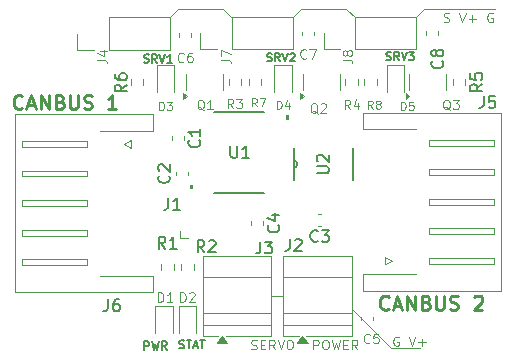
<source format=gbr>
%TF.GenerationSoftware,KiCad,Pcbnew,9.0.2*%
%TF.CreationDate,2025-06-30T23:17:22-04:00*%
%TF.ProjectId,Serv3Controller,53657276-3343-46f6-9e74-726f6c6c6572,rev?*%
%TF.SameCoordinates,Original*%
%TF.FileFunction,Legend,Top*%
%TF.FilePolarity,Positive*%
%FSLAX46Y46*%
G04 Gerber Fmt 4.6, Leading zero omitted, Abs format (unit mm)*
G04 Created by KiCad (PCBNEW 9.0.2) date 2025-06-30 23:17:22*
%MOMM*%
%LPD*%
G01*
G04 APERTURE LIST*
%ADD10C,0.100000*%
%ADD11C,0.140000*%
%ADD12C,0.240000*%
%ADD13C,0.150000*%
%ADD14C,0.087500*%
%ADD15C,0.120000*%
%ADD16C,0.152400*%
%ADD17C,0.000000*%
G04 APERTURE END LIST*
D10*
X101600000Y-99300000D02*
X104900000Y-102600000D01*
X101860000Y-74541250D02*
X101140000Y-73858750D01*
X94805000Y-98167500D02*
X95785000Y-98167500D01*
X97340000Y-73858750D02*
X101140000Y-73858750D01*
X107060000Y-74541250D02*
X107740000Y-73858750D01*
X86220000Y-74582500D02*
X86900000Y-73900000D01*
X107740000Y-73858750D02*
X113700000Y-73858750D01*
X104900000Y-102600000D02*
X107400000Y-102600000D01*
X96660000Y-74541250D02*
X97340000Y-73858750D01*
X91420000Y-74582500D02*
X90700000Y-73900000D01*
X86900000Y-73900000D02*
X90700000Y-73900000D01*
X98356265Y-102696895D02*
X98356265Y-101896895D01*
X98356265Y-101896895D02*
X98661027Y-101896895D01*
X98661027Y-101896895D02*
X98737217Y-101934990D01*
X98737217Y-101934990D02*
X98775312Y-101973085D01*
X98775312Y-101973085D02*
X98813408Y-102049276D01*
X98813408Y-102049276D02*
X98813408Y-102163561D01*
X98813408Y-102163561D02*
X98775312Y-102239752D01*
X98775312Y-102239752D02*
X98737217Y-102277847D01*
X98737217Y-102277847D02*
X98661027Y-102315942D01*
X98661027Y-102315942D02*
X98356265Y-102315942D01*
X99308646Y-101896895D02*
X99461027Y-101896895D01*
X99461027Y-101896895D02*
X99537217Y-101934990D01*
X99537217Y-101934990D02*
X99613408Y-102011180D01*
X99613408Y-102011180D02*
X99651503Y-102163561D01*
X99651503Y-102163561D02*
X99651503Y-102430228D01*
X99651503Y-102430228D02*
X99613408Y-102582609D01*
X99613408Y-102582609D02*
X99537217Y-102658800D01*
X99537217Y-102658800D02*
X99461027Y-102696895D01*
X99461027Y-102696895D02*
X99308646Y-102696895D01*
X99308646Y-102696895D02*
X99232455Y-102658800D01*
X99232455Y-102658800D02*
X99156265Y-102582609D01*
X99156265Y-102582609D02*
X99118169Y-102430228D01*
X99118169Y-102430228D02*
X99118169Y-102163561D01*
X99118169Y-102163561D02*
X99156265Y-102011180D01*
X99156265Y-102011180D02*
X99232455Y-101934990D01*
X99232455Y-101934990D02*
X99308646Y-101896895D01*
X99918169Y-101896895D02*
X100108645Y-102696895D01*
X100108645Y-102696895D02*
X100261026Y-102125466D01*
X100261026Y-102125466D02*
X100413407Y-102696895D01*
X100413407Y-102696895D02*
X100603884Y-101896895D01*
X100908646Y-102277847D02*
X101175312Y-102277847D01*
X101289598Y-102696895D02*
X100908646Y-102696895D01*
X100908646Y-102696895D02*
X100908646Y-101896895D01*
X100908646Y-101896895D02*
X101289598Y-101896895D01*
X102089599Y-102696895D02*
X101822932Y-102315942D01*
X101632456Y-102696895D02*
X101632456Y-101896895D01*
X101632456Y-101896895D02*
X101937218Y-101896895D01*
X101937218Y-101896895D02*
X102013408Y-101934990D01*
X102013408Y-101934990D02*
X102051503Y-101973085D01*
X102051503Y-101973085D02*
X102089599Y-102049276D01*
X102089599Y-102049276D02*
X102089599Y-102163561D01*
X102089599Y-102163561D02*
X102051503Y-102239752D01*
X102051503Y-102239752D02*
X102013408Y-102277847D01*
X102013408Y-102277847D02*
X101937218Y-102315942D01*
X101937218Y-102315942D02*
X101632456Y-102315942D01*
X105575312Y-101634990D02*
X105499122Y-101596895D01*
X105499122Y-101596895D02*
X105384836Y-101596895D01*
X105384836Y-101596895D02*
X105270550Y-101634990D01*
X105270550Y-101634990D02*
X105194360Y-101711180D01*
X105194360Y-101711180D02*
X105156265Y-101787371D01*
X105156265Y-101787371D02*
X105118169Y-101939752D01*
X105118169Y-101939752D02*
X105118169Y-102054038D01*
X105118169Y-102054038D02*
X105156265Y-102206419D01*
X105156265Y-102206419D02*
X105194360Y-102282609D01*
X105194360Y-102282609D02*
X105270550Y-102358800D01*
X105270550Y-102358800D02*
X105384836Y-102396895D01*
X105384836Y-102396895D02*
X105461027Y-102396895D01*
X105461027Y-102396895D02*
X105575312Y-102358800D01*
X105575312Y-102358800D02*
X105613408Y-102320704D01*
X105613408Y-102320704D02*
X105613408Y-102054038D01*
X105613408Y-102054038D02*
X105461027Y-102054038D01*
X106451503Y-101596895D02*
X106718170Y-102396895D01*
X106718170Y-102396895D02*
X106984836Y-101596895D01*
X107251503Y-102092133D02*
X107861027Y-102092133D01*
X107556265Y-102396895D02*
X107556265Y-101787371D01*
D11*
X87025438Y-102573720D02*
X87125438Y-102607053D01*
X87125438Y-102607053D02*
X87292105Y-102607053D01*
X87292105Y-102607053D02*
X87358771Y-102573720D01*
X87358771Y-102573720D02*
X87392105Y-102540386D01*
X87392105Y-102540386D02*
X87425438Y-102473720D01*
X87425438Y-102473720D02*
X87425438Y-102407053D01*
X87425438Y-102407053D02*
X87392105Y-102340386D01*
X87392105Y-102340386D02*
X87358771Y-102307053D01*
X87358771Y-102307053D02*
X87292105Y-102273720D01*
X87292105Y-102273720D02*
X87158771Y-102240386D01*
X87158771Y-102240386D02*
X87092105Y-102207053D01*
X87092105Y-102207053D02*
X87058771Y-102173720D01*
X87058771Y-102173720D02*
X87025438Y-102107053D01*
X87025438Y-102107053D02*
X87025438Y-102040386D01*
X87025438Y-102040386D02*
X87058771Y-101973720D01*
X87058771Y-101973720D02*
X87092105Y-101940386D01*
X87092105Y-101940386D02*
X87158771Y-101907053D01*
X87158771Y-101907053D02*
X87325438Y-101907053D01*
X87325438Y-101907053D02*
X87425438Y-101940386D01*
X87625438Y-101907053D02*
X88025438Y-101907053D01*
X87825438Y-102607053D02*
X87825438Y-101907053D01*
X88225438Y-102407053D02*
X88558771Y-102407053D01*
X88158771Y-102607053D02*
X88392105Y-101907053D01*
X88392105Y-101907053D02*
X88625438Y-102607053D01*
X88758771Y-101907053D02*
X89158771Y-101907053D01*
X88958771Y-102607053D02*
X88958771Y-101907053D01*
D12*
X73729322Y-82226377D02*
X73672179Y-82283520D01*
X73672179Y-82283520D02*
X73500751Y-82340662D01*
X73500751Y-82340662D02*
X73386465Y-82340662D01*
X73386465Y-82340662D02*
X73215036Y-82283520D01*
X73215036Y-82283520D02*
X73100751Y-82169234D01*
X73100751Y-82169234D02*
X73043608Y-82054948D01*
X73043608Y-82054948D02*
X72986465Y-81826377D01*
X72986465Y-81826377D02*
X72986465Y-81654948D01*
X72986465Y-81654948D02*
X73043608Y-81426377D01*
X73043608Y-81426377D02*
X73100751Y-81312091D01*
X73100751Y-81312091D02*
X73215036Y-81197805D01*
X73215036Y-81197805D02*
X73386465Y-81140662D01*
X73386465Y-81140662D02*
X73500751Y-81140662D01*
X73500751Y-81140662D02*
X73672179Y-81197805D01*
X73672179Y-81197805D02*
X73729322Y-81254948D01*
X74186465Y-81997805D02*
X74757894Y-81997805D01*
X74072179Y-82340662D02*
X74472179Y-81140662D01*
X74472179Y-81140662D02*
X74872179Y-82340662D01*
X75272179Y-82340662D02*
X75272179Y-81140662D01*
X75272179Y-81140662D02*
X75957893Y-82340662D01*
X75957893Y-82340662D02*
X75957893Y-81140662D01*
X76929322Y-81712091D02*
X77100750Y-81769234D01*
X77100750Y-81769234D02*
X77157893Y-81826377D01*
X77157893Y-81826377D02*
X77215036Y-81940662D01*
X77215036Y-81940662D02*
X77215036Y-82112091D01*
X77215036Y-82112091D02*
X77157893Y-82226377D01*
X77157893Y-82226377D02*
X77100750Y-82283520D01*
X77100750Y-82283520D02*
X76986465Y-82340662D01*
X76986465Y-82340662D02*
X76529322Y-82340662D01*
X76529322Y-82340662D02*
X76529322Y-81140662D01*
X76529322Y-81140662D02*
X76929322Y-81140662D01*
X76929322Y-81140662D02*
X77043608Y-81197805D01*
X77043608Y-81197805D02*
X77100750Y-81254948D01*
X77100750Y-81254948D02*
X77157893Y-81369234D01*
X77157893Y-81369234D02*
X77157893Y-81483520D01*
X77157893Y-81483520D02*
X77100750Y-81597805D01*
X77100750Y-81597805D02*
X77043608Y-81654948D01*
X77043608Y-81654948D02*
X76929322Y-81712091D01*
X76929322Y-81712091D02*
X76529322Y-81712091D01*
X77729322Y-81140662D02*
X77729322Y-82112091D01*
X77729322Y-82112091D02*
X77786465Y-82226377D01*
X77786465Y-82226377D02*
X77843608Y-82283520D01*
X77843608Y-82283520D02*
X77957893Y-82340662D01*
X77957893Y-82340662D02*
X78186465Y-82340662D01*
X78186465Y-82340662D02*
X78300750Y-82283520D01*
X78300750Y-82283520D02*
X78357893Y-82226377D01*
X78357893Y-82226377D02*
X78415036Y-82112091D01*
X78415036Y-82112091D02*
X78415036Y-81140662D01*
X78929322Y-82283520D02*
X79100751Y-82340662D01*
X79100751Y-82340662D02*
X79386465Y-82340662D01*
X79386465Y-82340662D02*
X79500751Y-82283520D01*
X79500751Y-82283520D02*
X79557893Y-82226377D01*
X79557893Y-82226377D02*
X79615036Y-82112091D01*
X79615036Y-82112091D02*
X79615036Y-81997805D01*
X79615036Y-81997805D02*
X79557893Y-81883520D01*
X79557893Y-81883520D02*
X79500751Y-81826377D01*
X79500751Y-81826377D02*
X79386465Y-81769234D01*
X79386465Y-81769234D02*
X79157893Y-81712091D01*
X79157893Y-81712091D02*
X79043608Y-81654948D01*
X79043608Y-81654948D02*
X78986465Y-81597805D01*
X78986465Y-81597805D02*
X78929322Y-81483520D01*
X78929322Y-81483520D02*
X78929322Y-81369234D01*
X78929322Y-81369234D02*
X78986465Y-81254948D01*
X78986465Y-81254948D02*
X79043608Y-81197805D01*
X79043608Y-81197805D02*
X79157893Y-81140662D01*
X79157893Y-81140662D02*
X79443608Y-81140662D01*
X79443608Y-81140662D02*
X79615036Y-81197805D01*
X81672179Y-82340662D02*
X80986465Y-82340662D01*
X81329322Y-82340662D02*
X81329322Y-81140662D01*
X81329322Y-81140662D02*
X81215036Y-81312091D01*
X81215036Y-81312091D02*
X81100751Y-81426377D01*
X81100751Y-81426377D02*
X80986465Y-81483520D01*
D11*
X94425438Y-78273720D02*
X94525438Y-78307053D01*
X94525438Y-78307053D02*
X94692105Y-78307053D01*
X94692105Y-78307053D02*
X94758771Y-78273720D01*
X94758771Y-78273720D02*
X94792105Y-78240386D01*
X94792105Y-78240386D02*
X94825438Y-78173720D01*
X94825438Y-78173720D02*
X94825438Y-78107053D01*
X94825438Y-78107053D02*
X94792105Y-78040386D01*
X94792105Y-78040386D02*
X94758771Y-78007053D01*
X94758771Y-78007053D02*
X94692105Y-77973720D01*
X94692105Y-77973720D02*
X94558771Y-77940386D01*
X94558771Y-77940386D02*
X94492105Y-77907053D01*
X94492105Y-77907053D02*
X94458771Y-77873720D01*
X94458771Y-77873720D02*
X94425438Y-77807053D01*
X94425438Y-77807053D02*
X94425438Y-77740386D01*
X94425438Y-77740386D02*
X94458771Y-77673720D01*
X94458771Y-77673720D02*
X94492105Y-77640386D01*
X94492105Y-77640386D02*
X94558771Y-77607053D01*
X94558771Y-77607053D02*
X94725438Y-77607053D01*
X94725438Y-77607053D02*
X94825438Y-77640386D01*
X95525438Y-78307053D02*
X95292105Y-77973720D01*
X95125438Y-78307053D02*
X95125438Y-77607053D01*
X95125438Y-77607053D02*
X95392105Y-77607053D01*
X95392105Y-77607053D02*
X95458772Y-77640386D01*
X95458772Y-77640386D02*
X95492105Y-77673720D01*
X95492105Y-77673720D02*
X95525438Y-77740386D01*
X95525438Y-77740386D02*
X95525438Y-77840386D01*
X95525438Y-77840386D02*
X95492105Y-77907053D01*
X95492105Y-77907053D02*
X95458772Y-77940386D01*
X95458772Y-77940386D02*
X95392105Y-77973720D01*
X95392105Y-77973720D02*
X95125438Y-77973720D01*
X95725438Y-77607053D02*
X95958772Y-78307053D01*
X95958772Y-78307053D02*
X96192105Y-77607053D01*
X96392105Y-77673720D02*
X96425438Y-77640386D01*
X96425438Y-77640386D02*
X96492105Y-77607053D01*
X96492105Y-77607053D02*
X96658772Y-77607053D01*
X96658772Y-77607053D02*
X96725438Y-77640386D01*
X96725438Y-77640386D02*
X96758772Y-77673720D01*
X96758772Y-77673720D02*
X96792105Y-77740386D01*
X96792105Y-77740386D02*
X96792105Y-77807053D01*
X96792105Y-77807053D02*
X96758772Y-77907053D01*
X96758772Y-77907053D02*
X96358772Y-78307053D01*
X96358772Y-78307053D02*
X96792105Y-78307053D01*
D10*
X109418169Y-74958800D02*
X109532455Y-74996895D01*
X109532455Y-74996895D02*
X109722931Y-74996895D01*
X109722931Y-74996895D02*
X109799122Y-74958800D01*
X109799122Y-74958800D02*
X109837217Y-74920704D01*
X109837217Y-74920704D02*
X109875312Y-74844514D01*
X109875312Y-74844514D02*
X109875312Y-74768323D01*
X109875312Y-74768323D02*
X109837217Y-74692133D01*
X109837217Y-74692133D02*
X109799122Y-74654038D01*
X109799122Y-74654038D02*
X109722931Y-74615942D01*
X109722931Y-74615942D02*
X109570550Y-74577847D01*
X109570550Y-74577847D02*
X109494360Y-74539752D01*
X109494360Y-74539752D02*
X109456265Y-74501657D01*
X109456265Y-74501657D02*
X109418169Y-74425466D01*
X109418169Y-74425466D02*
X109418169Y-74349276D01*
X109418169Y-74349276D02*
X109456265Y-74273085D01*
X109456265Y-74273085D02*
X109494360Y-74234990D01*
X109494360Y-74234990D02*
X109570550Y-74196895D01*
X109570550Y-74196895D02*
X109761027Y-74196895D01*
X109761027Y-74196895D02*
X109875312Y-74234990D01*
X110713408Y-74196895D02*
X110980075Y-74996895D01*
X110980075Y-74996895D02*
X111246741Y-74196895D01*
X111513408Y-74692133D02*
X112122932Y-74692133D01*
X111818170Y-74996895D02*
X111818170Y-74387371D01*
X113532455Y-74234990D02*
X113456265Y-74196895D01*
X113456265Y-74196895D02*
X113341979Y-74196895D01*
X113341979Y-74196895D02*
X113227693Y-74234990D01*
X113227693Y-74234990D02*
X113151503Y-74311180D01*
X113151503Y-74311180D02*
X113113408Y-74387371D01*
X113113408Y-74387371D02*
X113075312Y-74539752D01*
X113075312Y-74539752D02*
X113075312Y-74654038D01*
X113075312Y-74654038D02*
X113113408Y-74806419D01*
X113113408Y-74806419D02*
X113151503Y-74882609D01*
X113151503Y-74882609D02*
X113227693Y-74958800D01*
X113227693Y-74958800D02*
X113341979Y-74996895D01*
X113341979Y-74996895D02*
X113418170Y-74996895D01*
X113418170Y-74996895D02*
X113532455Y-74958800D01*
X113532455Y-74958800D02*
X113570551Y-74920704D01*
X113570551Y-74920704D02*
X113570551Y-74654038D01*
X113570551Y-74654038D02*
X113418170Y-74654038D01*
D11*
X84058771Y-102707053D02*
X84058771Y-102007053D01*
X84058771Y-102007053D02*
X84325438Y-102007053D01*
X84325438Y-102007053D02*
X84392105Y-102040386D01*
X84392105Y-102040386D02*
X84425438Y-102073720D01*
X84425438Y-102073720D02*
X84458771Y-102140386D01*
X84458771Y-102140386D02*
X84458771Y-102240386D01*
X84458771Y-102240386D02*
X84425438Y-102307053D01*
X84425438Y-102307053D02*
X84392105Y-102340386D01*
X84392105Y-102340386D02*
X84325438Y-102373720D01*
X84325438Y-102373720D02*
X84058771Y-102373720D01*
X84692105Y-102007053D02*
X84858771Y-102707053D01*
X84858771Y-102707053D02*
X84992105Y-102207053D01*
X84992105Y-102207053D02*
X85125438Y-102707053D01*
X85125438Y-102707053D02*
X85292105Y-102007053D01*
X85958771Y-102707053D02*
X85725438Y-102373720D01*
X85558771Y-102707053D02*
X85558771Y-102007053D01*
X85558771Y-102007053D02*
X85825438Y-102007053D01*
X85825438Y-102007053D02*
X85892105Y-102040386D01*
X85892105Y-102040386D02*
X85925438Y-102073720D01*
X85925438Y-102073720D02*
X85958771Y-102140386D01*
X85958771Y-102140386D02*
X85958771Y-102240386D01*
X85958771Y-102240386D02*
X85925438Y-102307053D01*
X85925438Y-102307053D02*
X85892105Y-102340386D01*
X85892105Y-102340386D02*
X85825438Y-102373720D01*
X85825438Y-102373720D02*
X85558771Y-102373720D01*
D12*
X104729322Y-99226377D02*
X104672179Y-99283520D01*
X104672179Y-99283520D02*
X104500751Y-99340662D01*
X104500751Y-99340662D02*
X104386465Y-99340662D01*
X104386465Y-99340662D02*
X104215036Y-99283520D01*
X104215036Y-99283520D02*
X104100751Y-99169234D01*
X104100751Y-99169234D02*
X104043608Y-99054948D01*
X104043608Y-99054948D02*
X103986465Y-98826377D01*
X103986465Y-98826377D02*
X103986465Y-98654948D01*
X103986465Y-98654948D02*
X104043608Y-98426377D01*
X104043608Y-98426377D02*
X104100751Y-98312091D01*
X104100751Y-98312091D02*
X104215036Y-98197805D01*
X104215036Y-98197805D02*
X104386465Y-98140662D01*
X104386465Y-98140662D02*
X104500751Y-98140662D01*
X104500751Y-98140662D02*
X104672179Y-98197805D01*
X104672179Y-98197805D02*
X104729322Y-98254948D01*
X105186465Y-98997805D02*
X105757894Y-98997805D01*
X105072179Y-99340662D02*
X105472179Y-98140662D01*
X105472179Y-98140662D02*
X105872179Y-99340662D01*
X106272179Y-99340662D02*
X106272179Y-98140662D01*
X106272179Y-98140662D02*
X106957893Y-99340662D01*
X106957893Y-99340662D02*
X106957893Y-98140662D01*
X107929322Y-98712091D02*
X108100750Y-98769234D01*
X108100750Y-98769234D02*
X108157893Y-98826377D01*
X108157893Y-98826377D02*
X108215036Y-98940662D01*
X108215036Y-98940662D02*
X108215036Y-99112091D01*
X108215036Y-99112091D02*
X108157893Y-99226377D01*
X108157893Y-99226377D02*
X108100750Y-99283520D01*
X108100750Y-99283520D02*
X107986465Y-99340662D01*
X107986465Y-99340662D02*
X107529322Y-99340662D01*
X107529322Y-99340662D02*
X107529322Y-98140662D01*
X107529322Y-98140662D02*
X107929322Y-98140662D01*
X107929322Y-98140662D02*
X108043608Y-98197805D01*
X108043608Y-98197805D02*
X108100750Y-98254948D01*
X108100750Y-98254948D02*
X108157893Y-98369234D01*
X108157893Y-98369234D02*
X108157893Y-98483520D01*
X108157893Y-98483520D02*
X108100750Y-98597805D01*
X108100750Y-98597805D02*
X108043608Y-98654948D01*
X108043608Y-98654948D02*
X107929322Y-98712091D01*
X107929322Y-98712091D02*
X107529322Y-98712091D01*
X108729322Y-98140662D02*
X108729322Y-99112091D01*
X108729322Y-99112091D02*
X108786465Y-99226377D01*
X108786465Y-99226377D02*
X108843608Y-99283520D01*
X108843608Y-99283520D02*
X108957893Y-99340662D01*
X108957893Y-99340662D02*
X109186465Y-99340662D01*
X109186465Y-99340662D02*
X109300750Y-99283520D01*
X109300750Y-99283520D02*
X109357893Y-99226377D01*
X109357893Y-99226377D02*
X109415036Y-99112091D01*
X109415036Y-99112091D02*
X109415036Y-98140662D01*
X109929322Y-99283520D02*
X110100751Y-99340662D01*
X110100751Y-99340662D02*
X110386465Y-99340662D01*
X110386465Y-99340662D02*
X110500751Y-99283520D01*
X110500751Y-99283520D02*
X110557893Y-99226377D01*
X110557893Y-99226377D02*
X110615036Y-99112091D01*
X110615036Y-99112091D02*
X110615036Y-98997805D01*
X110615036Y-98997805D02*
X110557893Y-98883520D01*
X110557893Y-98883520D02*
X110500751Y-98826377D01*
X110500751Y-98826377D02*
X110386465Y-98769234D01*
X110386465Y-98769234D02*
X110157893Y-98712091D01*
X110157893Y-98712091D02*
X110043608Y-98654948D01*
X110043608Y-98654948D02*
X109986465Y-98597805D01*
X109986465Y-98597805D02*
X109929322Y-98483520D01*
X109929322Y-98483520D02*
X109929322Y-98369234D01*
X109929322Y-98369234D02*
X109986465Y-98254948D01*
X109986465Y-98254948D02*
X110043608Y-98197805D01*
X110043608Y-98197805D02*
X110157893Y-98140662D01*
X110157893Y-98140662D02*
X110443608Y-98140662D01*
X110443608Y-98140662D02*
X110615036Y-98197805D01*
X111986465Y-98254948D02*
X112043608Y-98197805D01*
X112043608Y-98197805D02*
X112157894Y-98140662D01*
X112157894Y-98140662D02*
X112443608Y-98140662D01*
X112443608Y-98140662D02*
X112557894Y-98197805D01*
X112557894Y-98197805D02*
X112615036Y-98254948D01*
X112615036Y-98254948D02*
X112672179Y-98369234D01*
X112672179Y-98369234D02*
X112672179Y-98483520D01*
X112672179Y-98483520D02*
X112615036Y-98654948D01*
X112615036Y-98654948D02*
X111929322Y-99340662D01*
X111929322Y-99340662D02*
X112672179Y-99340662D01*
D11*
X84025438Y-78373720D02*
X84125438Y-78407053D01*
X84125438Y-78407053D02*
X84292105Y-78407053D01*
X84292105Y-78407053D02*
X84358771Y-78373720D01*
X84358771Y-78373720D02*
X84392105Y-78340386D01*
X84392105Y-78340386D02*
X84425438Y-78273720D01*
X84425438Y-78273720D02*
X84425438Y-78207053D01*
X84425438Y-78207053D02*
X84392105Y-78140386D01*
X84392105Y-78140386D02*
X84358771Y-78107053D01*
X84358771Y-78107053D02*
X84292105Y-78073720D01*
X84292105Y-78073720D02*
X84158771Y-78040386D01*
X84158771Y-78040386D02*
X84092105Y-78007053D01*
X84092105Y-78007053D02*
X84058771Y-77973720D01*
X84058771Y-77973720D02*
X84025438Y-77907053D01*
X84025438Y-77907053D02*
X84025438Y-77840386D01*
X84025438Y-77840386D02*
X84058771Y-77773720D01*
X84058771Y-77773720D02*
X84092105Y-77740386D01*
X84092105Y-77740386D02*
X84158771Y-77707053D01*
X84158771Y-77707053D02*
X84325438Y-77707053D01*
X84325438Y-77707053D02*
X84425438Y-77740386D01*
X85125438Y-78407053D02*
X84892105Y-78073720D01*
X84725438Y-78407053D02*
X84725438Y-77707053D01*
X84725438Y-77707053D02*
X84992105Y-77707053D01*
X84992105Y-77707053D02*
X85058772Y-77740386D01*
X85058772Y-77740386D02*
X85092105Y-77773720D01*
X85092105Y-77773720D02*
X85125438Y-77840386D01*
X85125438Y-77840386D02*
X85125438Y-77940386D01*
X85125438Y-77940386D02*
X85092105Y-78007053D01*
X85092105Y-78007053D02*
X85058772Y-78040386D01*
X85058772Y-78040386D02*
X84992105Y-78073720D01*
X84992105Y-78073720D02*
X84725438Y-78073720D01*
X85325438Y-77707053D02*
X85558772Y-78407053D01*
X85558772Y-78407053D02*
X85792105Y-77707053D01*
X86392105Y-78407053D02*
X85992105Y-78407053D01*
X86192105Y-78407053D02*
X86192105Y-77707053D01*
X86192105Y-77707053D02*
X86125438Y-77807053D01*
X86125438Y-77807053D02*
X86058772Y-77873720D01*
X86058772Y-77873720D02*
X85992105Y-77907053D01*
X104525438Y-78173720D02*
X104625438Y-78207053D01*
X104625438Y-78207053D02*
X104792105Y-78207053D01*
X104792105Y-78207053D02*
X104858771Y-78173720D01*
X104858771Y-78173720D02*
X104892105Y-78140386D01*
X104892105Y-78140386D02*
X104925438Y-78073720D01*
X104925438Y-78073720D02*
X104925438Y-78007053D01*
X104925438Y-78007053D02*
X104892105Y-77940386D01*
X104892105Y-77940386D02*
X104858771Y-77907053D01*
X104858771Y-77907053D02*
X104792105Y-77873720D01*
X104792105Y-77873720D02*
X104658771Y-77840386D01*
X104658771Y-77840386D02*
X104592105Y-77807053D01*
X104592105Y-77807053D02*
X104558771Y-77773720D01*
X104558771Y-77773720D02*
X104525438Y-77707053D01*
X104525438Y-77707053D02*
X104525438Y-77640386D01*
X104525438Y-77640386D02*
X104558771Y-77573720D01*
X104558771Y-77573720D02*
X104592105Y-77540386D01*
X104592105Y-77540386D02*
X104658771Y-77507053D01*
X104658771Y-77507053D02*
X104825438Y-77507053D01*
X104825438Y-77507053D02*
X104925438Y-77540386D01*
X105625438Y-78207053D02*
X105392105Y-77873720D01*
X105225438Y-78207053D02*
X105225438Y-77507053D01*
X105225438Y-77507053D02*
X105492105Y-77507053D01*
X105492105Y-77507053D02*
X105558772Y-77540386D01*
X105558772Y-77540386D02*
X105592105Y-77573720D01*
X105592105Y-77573720D02*
X105625438Y-77640386D01*
X105625438Y-77640386D02*
X105625438Y-77740386D01*
X105625438Y-77740386D02*
X105592105Y-77807053D01*
X105592105Y-77807053D02*
X105558772Y-77840386D01*
X105558772Y-77840386D02*
X105492105Y-77873720D01*
X105492105Y-77873720D02*
X105225438Y-77873720D01*
X105825438Y-77507053D02*
X106058772Y-78207053D01*
X106058772Y-78207053D02*
X106292105Y-77507053D01*
X106458772Y-77507053D02*
X106892105Y-77507053D01*
X106892105Y-77507053D02*
X106658772Y-77773720D01*
X106658772Y-77773720D02*
X106758772Y-77773720D01*
X106758772Y-77773720D02*
X106825438Y-77807053D01*
X106825438Y-77807053D02*
X106858772Y-77840386D01*
X106858772Y-77840386D02*
X106892105Y-77907053D01*
X106892105Y-77907053D02*
X106892105Y-78073720D01*
X106892105Y-78073720D02*
X106858772Y-78140386D01*
X106858772Y-78140386D02*
X106825438Y-78173720D01*
X106825438Y-78173720D02*
X106758772Y-78207053D01*
X106758772Y-78207053D02*
X106558772Y-78207053D01*
X106558772Y-78207053D02*
X106492105Y-78173720D01*
X106492105Y-78173720D02*
X106458772Y-78140386D01*
D10*
X93118169Y-102658800D02*
X93232455Y-102696895D01*
X93232455Y-102696895D02*
X93422931Y-102696895D01*
X93422931Y-102696895D02*
X93499122Y-102658800D01*
X93499122Y-102658800D02*
X93537217Y-102620704D01*
X93537217Y-102620704D02*
X93575312Y-102544514D01*
X93575312Y-102544514D02*
X93575312Y-102468323D01*
X93575312Y-102468323D02*
X93537217Y-102392133D01*
X93537217Y-102392133D02*
X93499122Y-102354038D01*
X93499122Y-102354038D02*
X93422931Y-102315942D01*
X93422931Y-102315942D02*
X93270550Y-102277847D01*
X93270550Y-102277847D02*
X93194360Y-102239752D01*
X93194360Y-102239752D02*
X93156265Y-102201657D01*
X93156265Y-102201657D02*
X93118169Y-102125466D01*
X93118169Y-102125466D02*
X93118169Y-102049276D01*
X93118169Y-102049276D02*
X93156265Y-101973085D01*
X93156265Y-101973085D02*
X93194360Y-101934990D01*
X93194360Y-101934990D02*
X93270550Y-101896895D01*
X93270550Y-101896895D02*
X93461027Y-101896895D01*
X93461027Y-101896895D02*
X93575312Y-101934990D01*
X93918170Y-102277847D02*
X94184836Y-102277847D01*
X94299122Y-102696895D02*
X93918170Y-102696895D01*
X93918170Y-102696895D02*
X93918170Y-101896895D01*
X93918170Y-101896895D02*
X94299122Y-101896895D01*
X95099123Y-102696895D02*
X94832456Y-102315942D01*
X94641980Y-102696895D02*
X94641980Y-101896895D01*
X94641980Y-101896895D02*
X94946742Y-101896895D01*
X94946742Y-101896895D02*
X95022932Y-101934990D01*
X95022932Y-101934990D02*
X95061027Y-101973085D01*
X95061027Y-101973085D02*
X95099123Y-102049276D01*
X95099123Y-102049276D02*
X95099123Y-102163561D01*
X95099123Y-102163561D02*
X95061027Y-102239752D01*
X95061027Y-102239752D02*
X95022932Y-102277847D01*
X95022932Y-102277847D02*
X94946742Y-102315942D01*
X94946742Y-102315942D02*
X94641980Y-102315942D01*
X95327694Y-101896895D02*
X95594361Y-102696895D01*
X95594361Y-102696895D02*
X95861027Y-101896895D01*
X96280075Y-101896895D02*
X96432456Y-101896895D01*
X96432456Y-101896895D02*
X96508646Y-101934990D01*
X96508646Y-101934990D02*
X96584837Y-102011180D01*
X96584837Y-102011180D02*
X96622932Y-102163561D01*
X96622932Y-102163561D02*
X96622932Y-102430228D01*
X96622932Y-102430228D02*
X96584837Y-102582609D01*
X96584837Y-102582609D02*
X96508646Y-102658800D01*
X96508646Y-102658800D02*
X96432456Y-102696895D01*
X96432456Y-102696895D02*
X96280075Y-102696895D01*
X96280075Y-102696895D02*
X96203884Y-102658800D01*
X96203884Y-102658800D02*
X96127694Y-102582609D01*
X96127694Y-102582609D02*
X96089598Y-102430228D01*
X96089598Y-102430228D02*
X96089598Y-102163561D01*
X96089598Y-102163561D02*
X96127694Y-102011180D01*
X96127694Y-102011180D02*
X96203884Y-101934990D01*
X96203884Y-101934990D02*
X96280075Y-101896895D01*
D13*
X80966666Y-98454819D02*
X80966666Y-99169104D01*
X80966666Y-99169104D02*
X80919047Y-99311961D01*
X80919047Y-99311961D02*
X80823809Y-99407200D01*
X80823809Y-99407200D02*
X80680952Y-99454819D01*
X80680952Y-99454819D02*
X80585714Y-99454819D01*
X81871428Y-98454819D02*
X81680952Y-98454819D01*
X81680952Y-98454819D02*
X81585714Y-98502438D01*
X81585714Y-98502438D02*
X81538095Y-98550057D01*
X81538095Y-98550057D02*
X81442857Y-98692914D01*
X81442857Y-98692914D02*
X81395238Y-98883390D01*
X81395238Y-98883390D02*
X81395238Y-99264342D01*
X81395238Y-99264342D02*
X81442857Y-99359580D01*
X81442857Y-99359580D02*
X81490476Y-99407200D01*
X81490476Y-99407200D02*
X81585714Y-99454819D01*
X81585714Y-99454819D02*
X81776190Y-99454819D01*
X81776190Y-99454819D02*
X81871428Y-99407200D01*
X81871428Y-99407200D02*
X81919047Y-99359580D01*
X81919047Y-99359580D02*
X81966666Y-99264342D01*
X81966666Y-99264342D02*
X81966666Y-99026247D01*
X81966666Y-99026247D02*
X81919047Y-98931009D01*
X81919047Y-98931009D02*
X81871428Y-98883390D01*
X81871428Y-98883390D02*
X81776190Y-98835771D01*
X81776190Y-98835771D02*
X81585714Y-98835771D01*
X81585714Y-98835771D02*
X81490476Y-98883390D01*
X81490476Y-98883390D02*
X81442857Y-98931009D01*
X81442857Y-98931009D02*
X81395238Y-99026247D01*
X95389580Y-92166666D02*
X95437200Y-92214285D01*
X95437200Y-92214285D02*
X95484819Y-92357142D01*
X95484819Y-92357142D02*
X95484819Y-92452380D01*
X95484819Y-92452380D02*
X95437200Y-92595237D01*
X95437200Y-92595237D02*
X95341961Y-92690475D01*
X95341961Y-92690475D02*
X95246723Y-92738094D01*
X95246723Y-92738094D02*
X95056247Y-92785713D01*
X95056247Y-92785713D02*
X94913390Y-92785713D01*
X94913390Y-92785713D02*
X94722914Y-92738094D01*
X94722914Y-92738094D02*
X94627676Y-92690475D01*
X94627676Y-92690475D02*
X94532438Y-92595237D01*
X94532438Y-92595237D02*
X94484819Y-92452380D01*
X94484819Y-92452380D02*
X94484819Y-92357142D01*
X94484819Y-92357142D02*
X94532438Y-92214285D01*
X94532438Y-92214285D02*
X94580057Y-92166666D01*
X94818152Y-91309523D02*
X95484819Y-91309523D01*
X94437200Y-91547618D02*
X95151485Y-91785713D01*
X95151485Y-91785713D02*
X95151485Y-91166666D01*
D14*
X93583333Y-82119283D02*
X93350000Y-81785950D01*
X93183333Y-82119283D02*
X93183333Y-81419283D01*
X93183333Y-81419283D02*
X93450000Y-81419283D01*
X93450000Y-81419283D02*
X93516667Y-81452616D01*
X93516667Y-81452616D02*
X93550000Y-81485950D01*
X93550000Y-81485950D02*
X93583333Y-81552616D01*
X93583333Y-81552616D02*
X93583333Y-81652616D01*
X93583333Y-81652616D02*
X93550000Y-81719283D01*
X93550000Y-81719283D02*
X93516667Y-81752616D01*
X93516667Y-81752616D02*
X93450000Y-81785950D01*
X93450000Y-81785950D02*
X93183333Y-81785950D01*
X93816667Y-81419283D02*
X94283333Y-81419283D01*
X94283333Y-81419283D02*
X93983333Y-82119283D01*
D10*
X98723809Y-82741085D02*
X98647619Y-82702990D01*
X98647619Y-82702990D02*
X98571428Y-82626800D01*
X98571428Y-82626800D02*
X98457142Y-82512514D01*
X98457142Y-82512514D02*
X98380952Y-82474419D01*
X98380952Y-82474419D02*
X98304761Y-82474419D01*
X98342857Y-82664895D02*
X98266666Y-82626800D01*
X98266666Y-82626800D02*
X98190476Y-82550609D01*
X98190476Y-82550609D02*
X98152380Y-82398228D01*
X98152380Y-82398228D02*
X98152380Y-82131561D01*
X98152380Y-82131561D02*
X98190476Y-81979180D01*
X98190476Y-81979180D02*
X98266666Y-81902990D01*
X98266666Y-81902990D02*
X98342857Y-81864895D01*
X98342857Y-81864895D02*
X98495238Y-81864895D01*
X98495238Y-81864895D02*
X98571428Y-81902990D01*
X98571428Y-81902990D02*
X98647619Y-81979180D01*
X98647619Y-81979180D02*
X98685714Y-82131561D01*
X98685714Y-82131561D02*
X98685714Y-82398228D01*
X98685714Y-82398228D02*
X98647619Y-82550609D01*
X98647619Y-82550609D02*
X98571428Y-82626800D01*
X98571428Y-82626800D02*
X98495238Y-82664895D01*
X98495238Y-82664895D02*
X98342857Y-82664895D01*
X98990475Y-81941085D02*
X99028571Y-81902990D01*
X99028571Y-81902990D02*
X99104761Y-81864895D01*
X99104761Y-81864895D02*
X99295237Y-81864895D01*
X99295237Y-81864895D02*
X99371428Y-81902990D01*
X99371428Y-81902990D02*
X99409523Y-81941085D01*
X99409523Y-81941085D02*
X99447618Y-82017276D01*
X99447618Y-82017276D02*
X99447618Y-82093466D01*
X99447618Y-82093466D02*
X99409523Y-82207752D01*
X99409523Y-82207752D02*
X98952380Y-82664895D01*
X98952380Y-82664895D02*
X99447618Y-82664895D01*
X91566667Y-82264895D02*
X91300000Y-81883942D01*
X91109524Y-82264895D02*
X91109524Y-81464895D01*
X91109524Y-81464895D02*
X91414286Y-81464895D01*
X91414286Y-81464895D02*
X91490476Y-81502990D01*
X91490476Y-81502990D02*
X91528571Y-81541085D01*
X91528571Y-81541085D02*
X91566667Y-81617276D01*
X91566667Y-81617276D02*
X91566667Y-81731561D01*
X91566667Y-81731561D02*
X91528571Y-81807752D01*
X91528571Y-81807752D02*
X91490476Y-81845847D01*
X91490476Y-81845847D02*
X91414286Y-81883942D01*
X91414286Y-81883942D02*
X91109524Y-81883942D01*
X91833333Y-81464895D02*
X92328571Y-81464895D01*
X92328571Y-81464895D02*
X92061905Y-81769657D01*
X92061905Y-81769657D02*
X92176190Y-81769657D01*
X92176190Y-81769657D02*
X92252381Y-81807752D01*
X92252381Y-81807752D02*
X92290476Y-81845847D01*
X92290476Y-81845847D02*
X92328571Y-81922038D01*
X92328571Y-81922038D02*
X92328571Y-82112514D01*
X92328571Y-82112514D02*
X92290476Y-82188704D01*
X92290476Y-82188704D02*
X92252381Y-82226800D01*
X92252381Y-82226800D02*
X92176190Y-82264895D01*
X92176190Y-82264895D02*
X91947619Y-82264895D01*
X91947619Y-82264895D02*
X91871428Y-82226800D01*
X91871428Y-82226800D02*
X91833333Y-82188704D01*
D13*
X85833333Y-94154819D02*
X85500000Y-93678628D01*
X85261905Y-94154819D02*
X85261905Y-93154819D01*
X85261905Y-93154819D02*
X85642857Y-93154819D01*
X85642857Y-93154819D02*
X85738095Y-93202438D01*
X85738095Y-93202438D02*
X85785714Y-93250057D01*
X85785714Y-93250057D02*
X85833333Y-93345295D01*
X85833333Y-93345295D02*
X85833333Y-93488152D01*
X85833333Y-93488152D02*
X85785714Y-93583390D01*
X85785714Y-93583390D02*
X85738095Y-93631009D01*
X85738095Y-93631009D02*
X85642857Y-93678628D01*
X85642857Y-93678628D02*
X85261905Y-93678628D01*
X86785714Y-94154819D02*
X86214286Y-94154819D01*
X86500000Y-94154819D02*
X86500000Y-93154819D01*
X86500000Y-93154819D02*
X86404762Y-93297676D01*
X86404762Y-93297676D02*
X86309524Y-93392914D01*
X86309524Y-93392914D02*
X86214286Y-93440533D01*
X112654819Y-80229166D02*
X112178628Y-80562499D01*
X112654819Y-80800594D02*
X111654819Y-80800594D01*
X111654819Y-80800594D02*
X111654819Y-80419642D01*
X111654819Y-80419642D02*
X111702438Y-80324404D01*
X111702438Y-80324404D02*
X111750057Y-80276785D01*
X111750057Y-80276785D02*
X111845295Y-80229166D01*
X111845295Y-80229166D02*
X111988152Y-80229166D01*
X111988152Y-80229166D02*
X112083390Y-80276785D01*
X112083390Y-80276785D02*
X112131009Y-80324404D01*
X112131009Y-80324404D02*
X112178628Y-80419642D01*
X112178628Y-80419642D02*
X112178628Y-80800594D01*
X111654819Y-79324404D02*
X111654819Y-79800594D01*
X111654819Y-79800594D02*
X112131009Y-79848213D01*
X112131009Y-79848213D02*
X112083390Y-79800594D01*
X112083390Y-79800594D02*
X112035771Y-79705356D01*
X112035771Y-79705356D02*
X112035771Y-79467261D01*
X112035771Y-79467261D02*
X112083390Y-79372023D01*
X112083390Y-79372023D02*
X112131009Y-79324404D01*
X112131009Y-79324404D02*
X112226247Y-79276785D01*
X112226247Y-79276785D02*
X112464342Y-79276785D01*
X112464342Y-79276785D02*
X112559580Y-79324404D01*
X112559580Y-79324404D02*
X112607200Y-79372023D01*
X112607200Y-79372023D02*
X112654819Y-79467261D01*
X112654819Y-79467261D02*
X112654819Y-79705356D01*
X112654819Y-79705356D02*
X112607200Y-79800594D01*
X112607200Y-79800594D02*
X112559580Y-79848213D01*
D10*
X90564895Y-78166666D02*
X91136323Y-78166666D01*
X91136323Y-78166666D02*
X91250609Y-78204761D01*
X91250609Y-78204761D02*
X91326800Y-78280952D01*
X91326800Y-78280952D02*
X91364895Y-78395237D01*
X91364895Y-78395237D02*
X91364895Y-78471428D01*
X90564895Y-77861904D02*
X90564895Y-77328570D01*
X90564895Y-77328570D02*
X91364895Y-77671428D01*
D14*
X103383333Y-82319283D02*
X103150000Y-81985950D01*
X102983333Y-82319283D02*
X102983333Y-81619283D01*
X102983333Y-81619283D02*
X103250000Y-81619283D01*
X103250000Y-81619283D02*
X103316667Y-81652616D01*
X103316667Y-81652616D02*
X103350000Y-81685950D01*
X103350000Y-81685950D02*
X103383333Y-81752616D01*
X103383333Y-81752616D02*
X103383333Y-81852616D01*
X103383333Y-81852616D02*
X103350000Y-81919283D01*
X103350000Y-81919283D02*
X103316667Y-81952616D01*
X103316667Y-81952616D02*
X103250000Y-81985950D01*
X103250000Y-81985950D02*
X102983333Y-81985950D01*
X103783333Y-81919283D02*
X103716667Y-81885950D01*
X103716667Y-81885950D02*
X103683333Y-81852616D01*
X103683333Y-81852616D02*
X103650000Y-81785950D01*
X103650000Y-81785950D02*
X103650000Y-81752616D01*
X103650000Y-81752616D02*
X103683333Y-81685950D01*
X103683333Y-81685950D02*
X103716667Y-81652616D01*
X103716667Y-81652616D02*
X103783333Y-81619283D01*
X103783333Y-81619283D02*
X103916667Y-81619283D01*
X103916667Y-81619283D02*
X103983333Y-81652616D01*
X103983333Y-81652616D02*
X104016667Y-81685950D01*
X104016667Y-81685950D02*
X104050000Y-81752616D01*
X104050000Y-81752616D02*
X104050000Y-81785950D01*
X104050000Y-81785950D02*
X104016667Y-81852616D01*
X104016667Y-81852616D02*
X103983333Y-81885950D01*
X103983333Y-81885950D02*
X103916667Y-81919283D01*
X103916667Y-81919283D02*
X103783333Y-81919283D01*
X103783333Y-81919283D02*
X103716667Y-81952616D01*
X103716667Y-81952616D02*
X103683333Y-81985950D01*
X103683333Y-81985950D02*
X103650000Y-82052616D01*
X103650000Y-82052616D02*
X103650000Y-82185950D01*
X103650000Y-82185950D02*
X103683333Y-82252616D01*
X103683333Y-82252616D02*
X103716667Y-82285950D01*
X103716667Y-82285950D02*
X103783333Y-82319283D01*
X103783333Y-82319283D02*
X103916667Y-82319283D01*
X103916667Y-82319283D02*
X103983333Y-82285950D01*
X103983333Y-82285950D02*
X104016667Y-82252616D01*
X104016667Y-82252616D02*
X104050000Y-82185950D01*
X104050000Y-82185950D02*
X104050000Y-82052616D01*
X104050000Y-82052616D02*
X104016667Y-81985950D01*
X104016667Y-81985950D02*
X103983333Y-81952616D01*
X103983333Y-81952616D02*
X103916667Y-81919283D01*
D13*
X112766666Y-81254819D02*
X112766666Y-81969104D01*
X112766666Y-81969104D02*
X112719047Y-82111961D01*
X112719047Y-82111961D02*
X112623809Y-82207200D01*
X112623809Y-82207200D02*
X112480952Y-82254819D01*
X112480952Y-82254819D02*
X112385714Y-82254819D01*
X113719047Y-81254819D02*
X113242857Y-81254819D01*
X113242857Y-81254819D02*
X113195238Y-81731009D01*
X113195238Y-81731009D02*
X113242857Y-81683390D01*
X113242857Y-81683390D02*
X113338095Y-81635771D01*
X113338095Y-81635771D02*
X113576190Y-81635771D01*
X113576190Y-81635771D02*
X113671428Y-81683390D01*
X113671428Y-81683390D02*
X113719047Y-81731009D01*
X113719047Y-81731009D02*
X113766666Y-81826247D01*
X113766666Y-81826247D02*
X113766666Y-82064342D01*
X113766666Y-82064342D02*
X113719047Y-82159580D01*
X113719047Y-82159580D02*
X113671428Y-82207200D01*
X113671428Y-82207200D02*
X113576190Y-82254819D01*
X113576190Y-82254819D02*
X113338095Y-82254819D01*
X113338095Y-82254819D02*
X113242857Y-82207200D01*
X113242857Y-82207200D02*
X113195238Y-82159580D01*
X89133333Y-94454819D02*
X88800000Y-93978628D01*
X88561905Y-94454819D02*
X88561905Y-93454819D01*
X88561905Y-93454819D02*
X88942857Y-93454819D01*
X88942857Y-93454819D02*
X89038095Y-93502438D01*
X89038095Y-93502438D02*
X89085714Y-93550057D01*
X89085714Y-93550057D02*
X89133333Y-93645295D01*
X89133333Y-93645295D02*
X89133333Y-93788152D01*
X89133333Y-93788152D02*
X89085714Y-93883390D01*
X89085714Y-93883390D02*
X89038095Y-93931009D01*
X89038095Y-93931009D02*
X88942857Y-93978628D01*
X88942857Y-93978628D02*
X88561905Y-93978628D01*
X89514286Y-93550057D02*
X89561905Y-93502438D01*
X89561905Y-93502438D02*
X89657143Y-93454819D01*
X89657143Y-93454819D02*
X89895238Y-93454819D01*
X89895238Y-93454819D02*
X89990476Y-93502438D01*
X89990476Y-93502438D02*
X90038095Y-93550057D01*
X90038095Y-93550057D02*
X90085714Y-93645295D01*
X90085714Y-93645295D02*
X90085714Y-93740533D01*
X90085714Y-93740533D02*
X90038095Y-93883390D01*
X90038095Y-93883390D02*
X89466667Y-94454819D01*
X89466667Y-94454819D02*
X90085714Y-94454819D01*
X96366666Y-93354819D02*
X96366666Y-94069104D01*
X96366666Y-94069104D02*
X96319047Y-94211961D01*
X96319047Y-94211961D02*
X96223809Y-94307200D01*
X96223809Y-94307200D02*
X96080952Y-94354819D01*
X96080952Y-94354819D02*
X95985714Y-94354819D01*
X96795238Y-93450057D02*
X96842857Y-93402438D01*
X96842857Y-93402438D02*
X96938095Y-93354819D01*
X96938095Y-93354819D02*
X97176190Y-93354819D01*
X97176190Y-93354819D02*
X97271428Y-93402438D01*
X97271428Y-93402438D02*
X97319047Y-93450057D01*
X97319047Y-93450057D02*
X97366666Y-93545295D01*
X97366666Y-93545295D02*
X97366666Y-93640533D01*
X97366666Y-93640533D02*
X97319047Y-93783390D01*
X97319047Y-93783390D02*
X96747619Y-94354819D01*
X96747619Y-94354819D02*
X97366666Y-94354819D01*
D10*
X89123809Y-82441085D02*
X89047619Y-82402990D01*
X89047619Y-82402990D02*
X88971428Y-82326800D01*
X88971428Y-82326800D02*
X88857142Y-82212514D01*
X88857142Y-82212514D02*
X88780952Y-82174419D01*
X88780952Y-82174419D02*
X88704761Y-82174419D01*
X88742857Y-82364895D02*
X88666666Y-82326800D01*
X88666666Y-82326800D02*
X88590476Y-82250609D01*
X88590476Y-82250609D02*
X88552380Y-82098228D01*
X88552380Y-82098228D02*
X88552380Y-81831561D01*
X88552380Y-81831561D02*
X88590476Y-81679180D01*
X88590476Y-81679180D02*
X88666666Y-81602990D01*
X88666666Y-81602990D02*
X88742857Y-81564895D01*
X88742857Y-81564895D02*
X88895238Y-81564895D01*
X88895238Y-81564895D02*
X88971428Y-81602990D01*
X88971428Y-81602990D02*
X89047619Y-81679180D01*
X89047619Y-81679180D02*
X89085714Y-81831561D01*
X89085714Y-81831561D02*
X89085714Y-82098228D01*
X89085714Y-82098228D02*
X89047619Y-82250609D01*
X89047619Y-82250609D02*
X88971428Y-82326800D01*
X88971428Y-82326800D02*
X88895238Y-82364895D01*
X88895238Y-82364895D02*
X88742857Y-82364895D01*
X89847618Y-82364895D02*
X89390475Y-82364895D01*
X89619047Y-82364895D02*
X89619047Y-81564895D01*
X89619047Y-81564895D02*
X89542856Y-81679180D01*
X89542856Y-81679180D02*
X89466666Y-81755371D01*
X89466666Y-81755371D02*
X89390475Y-81793466D01*
X109946390Y-82414863D02*
X109870200Y-82376768D01*
X109870200Y-82376768D02*
X109794009Y-82300578D01*
X109794009Y-82300578D02*
X109679723Y-82186292D01*
X109679723Y-82186292D02*
X109603533Y-82148197D01*
X109603533Y-82148197D02*
X109527342Y-82148197D01*
X109565438Y-82338673D02*
X109489247Y-82300578D01*
X109489247Y-82300578D02*
X109413057Y-82224387D01*
X109413057Y-82224387D02*
X109374961Y-82072006D01*
X109374961Y-82072006D02*
X109374961Y-81805339D01*
X109374961Y-81805339D02*
X109413057Y-81652958D01*
X109413057Y-81652958D02*
X109489247Y-81576768D01*
X109489247Y-81576768D02*
X109565438Y-81538673D01*
X109565438Y-81538673D02*
X109717819Y-81538673D01*
X109717819Y-81538673D02*
X109794009Y-81576768D01*
X109794009Y-81576768D02*
X109870200Y-81652958D01*
X109870200Y-81652958D02*
X109908295Y-81805339D01*
X109908295Y-81805339D02*
X109908295Y-82072006D01*
X109908295Y-82072006D02*
X109870200Y-82224387D01*
X109870200Y-82224387D02*
X109794009Y-82300578D01*
X109794009Y-82300578D02*
X109717819Y-82338673D01*
X109717819Y-82338673D02*
X109565438Y-82338673D01*
X110174961Y-81538673D02*
X110670199Y-81538673D01*
X110670199Y-81538673D02*
X110403533Y-81843435D01*
X110403533Y-81843435D02*
X110517818Y-81843435D01*
X110517818Y-81843435D02*
X110594009Y-81881530D01*
X110594009Y-81881530D02*
X110632104Y-81919625D01*
X110632104Y-81919625D02*
X110670199Y-81995816D01*
X110670199Y-81995816D02*
X110670199Y-82186292D01*
X110670199Y-82186292D02*
X110632104Y-82262482D01*
X110632104Y-82262482D02*
X110594009Y-82300578D01*
X110594009Y-82300578D02*
X110517818Y-82338673D01*
X110517818Y-82338673D02*
X110289247Y-82338673D01*
X110289247Y-82338673D02*
X110213056Y-82300578D01*
X110213056Y-82300578D02*
X110174961Y-82262482D01*
X100864895Y-78166666D02*
X101436323Y-78166666D01*
X101436323Y-78166666D02*
X101550609Y-78204761D01*
X101550609Y-78204761D02*
X101626800Y-78280952D01*
X101626800Y-78280952D02*
X101664895Y-78395237D01*
X101664895Y-78395237D02*
X101664895Y-78471428D01*
X101207752Y-77671428D02*
X101169657Y-77747618D01*
X101169657Y-77747618D02*
X101131561Y-77785713D01*
X101131561Y-77785713D02*
X101055371Y-77823809D01*
X101055371Y-77823809D02*
X101017276Y-77823809D01*
X101017276Y-77823809D02*
X100941085Y-77785713D01*
X100941085Y-77785713D02*
X100902990Y-77747618D01*
X100902990Y-77747618D02*
X100864895Y-77671428D01*
X100864895Y-77671428D02*
X100864895Y-77519047D01*
X100864895Y-77519047D02*
X100902990Y-77442856D01*
X100902990Y-77442856D02*
X100941085Y-77404761D01*
X100941085Y-77404761D02*
X101017276Y-77366666D01*
X101017276Y-77366666D02*
X101055371Y-77366666D01*
X101055371Y-77366666D02*
X101131561Y-77404761D01*
X101131561Y-77404761D02*
X101169657Y-77442856D01*
X101169657Y-77442856D02*
X101207752Y-77519047D01*
X101207752Y-77519047D02*
X101207752Y-77671428D01*
X101207752Y-77671428D02*
X101245847Y-77747618D01*
X101245847Y-77747618D02*
X101283942Y-77785713D01*
X101283942Y-77785713D02*
X101360133Y-77823809D01*
X101360133Y-77823809D02*
X101512514Y-77823809D01*
X101512514Y-77823809D02*
X101588704Y-77785713D01*
X101588704Y-77785713D02*
X101626800Y-77747618D01*
X101626800Y-77747618D02*
X101664895Y-77671428D01*
X101664895Y-77671428D02*
X101664895Y-77519047D01*
X101664895Y-77519047D02*
X101626800Y-77442856D01*
X101626800Y-77442856D02*
X101588704Y-77404761D01*
X101588704Y-77404761D02*
X101512514Y-77366666D01*
X101512514Y-77366666D02*
X101360133Y-77366666D01*
X101360133Y-77366666D02*
X101283942Y-77404761D01*
X101283942Y-77404761D02*
X101245847Y-77442856D01*
X101245847Y-77442856D02*
X101207752Y-77519047D01*
D14*
X85333333Y-82419283D02*
X85333333Y-81719283D01*
X85333333Y-81719283D02*
X85500000Y-81719283D01*
X85500000Y-81719283D02*
X85600000Y-81752616D01*
X85600000Y-81752616D02*
X85666667Y-81819283D01*
X85666667Y-81819283D02*
X85700000Y-81885950D01*
X85700000Y-81885950D02*
X85733333Y-82019283D01*
X85733333Y-82019283D02*
X85733333Y-82119283D01*
X85733333Y-82119283D02*
X85700000Y-82252616D01*
X85700000Y-82252616D02*
X85666667Y-82319283D01*
X85666667Y-82319283D02*
X85600000Y-82385950D01*
X85600000Y-82385950D02*
X85500000Y-82419283D01*
X85500000Y-82419283D02*
X85333333Y-82419283D01*
X85966667Y-81719283D02*
X86400000Y-81719283D01*
X86400000Y-81719283D02*
X86166667Y-81985950D01*
X86166667Y-81985950D02*
X86266667Y-81985950D01*
X86266667Y-81985950D02*
X86333333Y-82019283D01*
X86333333Y-82019283D02*
X86366667Y-82052616D01*
X86366667Y-82052616D02*
X86400000Y-82119283D01*
X86400000Y-82119283D02*
X86400000Y-82285950D01*
X86400000Y-82285950D02*
X86366667Y-82352616D01*
X86366667Y-82352616D02*
X86333333Y-82385950D01*
X86333333Y-82385950D02*
X86266667Y-82419283D01*
X86266667Y-82419283D02*
X86066667Y-82419283D01*
X86066667Y-82419283D02*
X86000000Y-82385950D01*
X86000000Y-82385950D02*
X85966667Y-82352616D01*
D13*
X88689580Y-84966666D02*
X88737200Y-85014285D01*
X88737200Y-85014285D02*
X88784819Y-85157142D01*
X88784819Y-85157142D02*
X88784819Y-85252380D01*
X88784819Y-85252380D02*
X88737200Y-85395237D01*
X88737200Y-85395237D02*
X88641961Y-85490475D01*
X88641961Y-85490475D02*
X88546723Y-85538094D01*
X88546723Y-85538094D02*
X88356247Y-85585713D01*
X88356247Y-85585713D02*
X88213390Y-85585713D01*
X88213390Y-85585713D02*
X88022914Y-85538094D01*
X88022914Y-85538094D02*
X87927676Y-85490475D01*
X87927676Y-85490475D02*
X87832438Y-85395237D01*
X87832438Y-85395237D02*
X87784819Y-85252380D01*
X87784819Y-85252380D02*
X87784819Y-85157142D01*
X87784819Y-85157142D02*
X87832438Y-85014285D01*
X87832438Y-85014285D02*
X87880057Y-84966666D01*
X88784819Y-84014285D02*
X88784819Y-84585713D01*
X88784819Y-84299999D02*
X87784819Y-84299999D01*
X87784819Y-84299999D02*
X87927676Y-84395237D01*
X87927676Y-84395237D02*
X88022914Y-84490475D01*
X88022914Y-84490475D02*
X88070533Y-84585713D01*
X86129580Y-87966666D02*
X86177200Y-88014285D01*
X86177200Y-88014285D02*
X86224819Y-88157142D01*
X86224819Y-88157142D02*
X86224819Y-88252380D01*
X86224819Y-88252380D02*
X86177200Y-88395237D01*
X86177200Y-88395237D02*
X86081961Y-88490475D01*
X86081961Y-88490475D02*
X85986723Y-88538094D01*
X85986723Y-88538094D02*
X85796247Y-88585713D01*
X85796247Y-88585713D02*
X85653390Y-88585713D01*
X85653390Y-88585713D02*
X85462914Y-88538094D01*
X85462914Y-88538094D02*
X85367676Y-88490475D01*
X85367676Y-88490475D02*
X85272438Y-88395237D01*
X85272438Y-88395237D02*
X85224819Y-88252380D01*
X85224819Y-88252380D02*
X85224819Y-88157142D01*
X85224819Y-88157142D02*
X85272438Y-88014285D01*
X85272438Y-88014285D02*
X85320057Y-87966666D01*
X85320057Y-87585713D02*
X85272438Y-87538094D01*
X85272438Y-87538094D02*
X85224819Y-87442856D01*
X85224819Y-87442856D02*
X85224819Y-87204761D01*
X85224819Y-87204761D02*
X85272438Y-87109523D01*
X85272438Y-87109523D02*
X85320057Y-87061904D01*
X85320057Y-87061904D02*
X85415295Y-87014285D01*
X85415295Y-87014285D02*
X85510533Y-87014285D01*
X85510533Y-87014285D02*
X85653390Y-87061904D01*
X85653390Y-87061904D02*
X86224819Y-87633332D01*
X86224819Y-87633332D02*
X86224819Y-87014285D01*
X98654819Y-87761904D02*
X99464342Y-87761904D01*
X99464342Y-87761904D02*
X99559580Y-87714285D01*
X99559580Y-87714285D02*
X99607200Y-87666666D01*
X99607200Y-87666666D02*
X99654819Y-87571428D01*
X99654819Y-87571428D02*
X99654819Y-87380952D01*
X99654819Y-87380952D02*
X99607200Y-87285714D01*
X99607200Y-87285714D02*
X99559580Y-87238095D01*
X99559580Y-87238095D02*
X99464342Y-87190476D01*
X99464342Y-87190476D02*
X98654819Y-87190476D01*
X98750057Y-86761904D02*
X98702438Y-86714285D01*
X98702438Y-86714285D02*
X98654819Y-86619047D01*
X98654819Y-86619047D02*
X98654819Y-86380952D01*
X98654819Y-86380952D02*
X98702438Y-86285714D01*
X98702438Y-86285714D02*
X98750057Y-86238095D01*
X98750057Y-86238095D02*
X98845295Y-86190476D01*
X98845295Y-86190476D02*
X98940533Y-86190476D01*
X98940533Y-86190476D02*
X99083390Y-86238095D01*
X99083390Y-86238095D02*
X99654819Y-86809523D01*
X99654819Y-86809523D02*
X99654819Y-86190476D01*
D10*
X80064895Y-78166666D02*
X80636323Y-78166666D01*
X80636323Y-78166666D02*
X80750609Y-78204761D01*
X80750609Y-78204761D02*
X80826800Y-78280952D01*
X80826800Y-78280952D02*
X80864895Y-78395237D01*
X80864895Y-78395237D02*
X80864895Y-78471428D01*
X80331561Y-77442856D02*
X80864895Y-77442856D01*
X80026800Y-77633332D02*
X80598228Y-77823809D01*
X80598228Y-77823809D02*
X80598228Y-77328570D01*
X85209524Y-98664895D02*
X85209524Y-97864895D01*
X85209524Y-97864895D02*
X85400000Y-97864895D01*
X85400000Y-97864895D02*
X85514286Y-97902990D01*
X85514286Y-97902990D02*
X85590476Y-97979180D01*
X85590476Y-97979180D02*
X85628571Y-98055371D01*
X85628571Y-98055371D02*
X85666667Y-98207752D01*
X85666667Y-98207752D02*
X85666667Y-98322038D01*
X85666667Y-98322038D02*
X85628571Y-98474419D01*
X85628571Y-98474419D02*
X85590476Y-98550609D01*
X85590476Y-98550609D02*
X85514286Y-98626800D01*
X85514286Y-98626800D02*
X85400000Y-98664895D01*
X85400000Y-98664895D02*
X85209524Y-98664895D01*
X86428571Y-98664895D02*
X85971428Y-98664895D01*
X86200000Y-98664895D02*
X86200000Y-97864895D01*
X86200000Y-97864895D02*
X86123809Y-97979180D01*
X86123809Y-97979180D02*
X86047619Y-98055371D01*
X86047619Y-98055371D02*
X85971428Y-98093466D01*
D13*
X93866666Y-93554819D02*
X93866666Y-94269104D01*
X93866666Y-94269104D02*
X93819047Y-94411961D01*
X93819047Y-94411961D02*
X93723809Y-94507200D01*
X93723809Y-94507200D02*
X93580952Y-94554819D01*
X93580952Y-94554819D02*
X93485714Y-94554819D01*
X94247619Y-93554819D02*
X94866666Y-93554819D01*
X94866666Y-93554819D02*
X94533333Y-93935771D01*
X94533333Y-93935771D02*
X94676190Y-93935771D01*
X94676190Y-93935771D02*
X94771428Y-93983390D01*
X94771428Y-93983390D02*
X94819047Y-94031009D01*
X94819047Y-94031009D02*
X94866666Y-94126247D01*
X94866666Y-94126247D02*
X94866666Y-94364342D01*
X94866666Y-94364342D02*
X94819047Y-94459580D01*
X94819047Y-94459580D02*
X94771428Y-94507200D01*
X94771428Y-94507200D02*
X94676190Y-94554819D01*
X94676190Y-94554819D02*
X94390476Y-94554819D01*
X94390476Y-94554819D02*
X94295238Y-94507200D01*
X94295238Y-94507200D02*
X94247619Y-94459580D01*
D10*
X101466667Y-82364895D02*
X101200000Y-81983942D01*
X101009524Y-82364895D02*
X101009524Y-81564895D01*
X101009524Y-81564895D02*
X101314286Y-81564895D01*
X101314286Y-81564895D02*
X101390476Y-81602990D01*
X101390476Y-81602990D02*
X101428571Y-81641085D01*
X101428571Y-81641085D02*
X101466667Y-81717276D01*
X101466667Y-81717276D02*
X101466667Y-81831561D01*
X101466667Y-81831561D02*
X101428571Y-81907752D01*
X101428571Y-81907752D02*
X101390476Y-81945847D01*
X101390476Y-81945847D02*
X101314286Y-81983942D01*
X101314286Y-81983942D02*
X101009524Y-81983942D01*
X102152381Y-81831561D02*
X102152381Y-82364895D01*
X101961905Y-81526800D02*
X101771428Y-82098228D01*
X101771428Y-82098228D02*
X102266667Y-82098228D01*
D13*
X109259580Y-78266666D02*
X109307200Y-78314285D01*
X109307200Y-78314285D02*
X109354819Y-78457142D01*
X109354819Y-78457142D02*
X109354819Y-78552380D01*
X109354819Y-78552380D02*
X109307200Y-78695237D01*
X109307200Y-78695237D02*
X109211961Y-78790475D01*
X109211961Y-78790475D02*
X109116723Y-78838094D01*
X109116723Y-78838094D02*
X108926247Y-78885713D01*
X108926247Y-78885713D02*
X108783390Y-78885713D01*
X108783390Y-78885713D02*
X108592914Y-78838094D01*
X108592914Y-78838094D02*
X108497676Y-78790475D01*
X108497676Y-78790475D02*
X108402438Y-78695237D01*
X108402438Y-78695237D02*
X108354819Y-78552380D01*
X108354819Y-78552380D02*
X108354819Y-78457142D01*
X108354819Y-78457142D02*
X108402438Y-78314285D01*
X108402438Y-78314285D02*
X108450057Y-78266666D01*
X108783390Y-77695237D02*
X108735771Y-77790475D01*
X108735771Y-77790475D02*
X108688152Y-77838094D01*
X108688152Y-77838094D02*
X108592914Y-77885713D01*
X108592914Y-77885713D02*
X108545295Y-77885713D01*
X108545295Y-77885713D02*
X108450057Y-77838094D01*
X108450057Y-77838094D02*
X108402438Y-77790475D01*
X108402438Y-77790475D02*
X108354819Y-77695237D01*
X108354819Y-77695237D02*
X108354819Y-77504761D01*
X108354819Y-77504761D02*
X108402438Y-77409523D01*
X108402438Y-77409523D02*
X108450057Y-77361904D01*
X108450057Y-77361904D02*
X108545295Y-77314285D01*
X108545295Y-77314285D02*
X108592914Y-77314285D01*
X108592914Y-77314285D02*
X108688152Y-77361904D01*
X108688152Y-77361904D02*
X108735771Y-77409523D01*
X108735771Y-77409523D02*
X108783390Y-77504761D01*
X108783390Y-77504761D02*
X108783390Y-77695237D01*
X108783390Y-77695237D02*
X108831009Y-77790475D01*
X108831009Y-77790475D02*
X108878628Y-77838094D01*
X108878628Y-77838094D02*
X108973866Y-77885713D01*
X108973866Y-77885713D02*
X109164342Y-77885713D01*
X109164342Y-77885713D02*
X109259580Y-77838094D01*
X109259580Y-77838094D02*
X109307200Y-77790475D01*
X109307200Y-77790475D02*
X109354819Y-77695237D01*
X109354819Y-77695237D02*
X109354819Y-77504761D01*
X109354819Y-77504761D02*
X109307200Y-77409523D01*
X109307200Y-77409523D02*
X109259580Y-77361904D01*
X109259580Y-77361904D02*
X109164342Y-77314285D01*
X109164342Y-77314285D02*
X108973866Y-77314285D01*
X108973866Y-77314285D02*
X108878628Y-77361904D01*
X108878628Y-77361904D02*
X108831009Y-77409523D01*
X108831009Y-77409523D02*
X108783390Y-77504761D01*
X86066666Y-89854819D02*
X86066666Y-90569104D01*
X86066666Y-90569104D02*
X86019047Y-90711961D01*
X86019047Y-90711961D02*
X85923809Y-90807200D01*
X85923809Y-90807200D02*
X85780952Y-90854819D01*
X85780952Y-90854819D02*
X85685714Y-90854819D01*
X87066666Y-90854819D02*
X86495238Y-90854819D01*
X86780952Y-90854819D02*
X86780952Y-89854819D01*
X86780952Y-89854819D02*
X86685714Y-89997676D01*
X86685714Y-89997676D02*
X86590476Y-90092914D01*
X86590476Y-90092914D02*
X86495238Y-90140533D01*
X91338095Y-85454819D02*
X91338095Y-86264342D01*
X91338095Y-86264342D02*
X91385714Y-86359580D01*
X91385714Y-86359580D02*
X91433333Y-86407200D01*
X91433333Y-86407200D02*
X91528571Y-86454819D01*
X91528571Y-86454819D02*
X91719047Y-86454819D01*
X91719047Y-86454819D02*
X91814285Y-86407200D01*
X91814285Y-86407200D02*
X91861904Y-86359580D01*
X91861904Y-86359580D02*
X91909523Y-86264342D01*
X91909523Y-86264342D02*
X91909523Y-85454819D01*
X92909523Y-86454819D02*
X92338095Y-86454819D01*
X92623809Y-86454819D02*
X92623809Y-85454819D01*
X92623809Y-85454819D02*
X92528571Y-85597676D01*
X92528571Y-85597676D02*
X92433333Y-85692914D01*
X92433333Y-85692914D02*
X92338095Y-85740533D01*
D14*
X95283333Y-82319283D02*
X95283333Y-81619283D01*
X95283333Y-81619283D02*
X95450000Y-81619283D01*
X95450000Y-81619283D02*
X95550000Y-81652616D01*
X95550000Y-81652616D02*
X95616667Y-81719283D01*
X95616667Y-81719283D02*
X95650000Y-81785950D01*
X95650000Y-81785950D02*
X95683333Y-81919283D01*
X95683333Y-81919283D02*
X95683333Y-82019283D01*
X95683333Y-82019283D02*
X95650000Y-82152616D01*
X95650000Y-82152616D02*
X95616667Y-82219283D01*
X95616667Y-82219283D02*
X95550000Y-82285950D01*
X95550000Y-82285950D02*
X95450000Y-82319283D01*
X95450000Y-82319283D02*
X95283333Y-82319283D01*
X96283333Y-81852616D02*
X96283333Y-82319283D01*
X96116667Y-81585950D02*
X95950000Y-82085950D01*
X95950000Y-82085950D02*
X96383333Y-82085950D01*
X105783333Y-82419283D02*
X105783333Y-81719283D01*
X105783333Y-81719283D02*
X105950000Y-81719283D01*
X105950000Y-81719283D02*
X106050000Y-81752616D01*
X106050000Y-81752616D02*
X106116667Y-81819283D01*
X106116667Y-81819283D02*
X106150000Y-81885950D01*
X106150000Y-81885950D02*
X106183333Y-82019283D01*
X106183333Y-82019283D02*
X106183333Y-82119283D01*
X106183333Y-82119283D02*
X106150000Y-82252616D01*
X106150000Y-82252616D02*
X106116667Y-82319283D01*
X106116667Y-82319283D02*
X106050000Y-82385950D01*
X106050000Y-82385950D02*
X105950000Y-82419283D01*
X105950000Y-82419283D02*
X105783333Y-82419283D01*
X106816667Y-81719283D02*
X106483333Y-81719283D01*
X106483333Y-81719283D02*
X106450000Y-82052616D01*
X106450000Y-82052616D02*
X106483333Y-82019283D01*
X106483333Y-82019283D02*
X106550000Y-81985950D01*
X106550000Y-81985950D02*
X106716667Y-81985950D01*
X106716667Y-81985950D02*
X106783333Y-82019283D01*
X106783333Y-82019283D02*
X106816667Y-82052616D01*
X106816667Y-82052616D02*
X106850000Y-82119283D01*
X106850000Y-82119283D02*
X106850000Y-82285950D01*
X106850000Y-82285950D02*
X106816667Y-82352616D01*
X106816667Y-82352616D02*
X106783333Y-82385950D01*
X106783333Y-82385950D02*
X106716667Y-82419283D01*
X106716667Y-82419283D02*
X106550000Y-82419283D01*
X106550000Y-82419283D02*
X106483333Y-82385950D01*
X106483333Y-82385950D02*
X106450000Y-82352616D01*
D13*
X82554819Y-80266666D02*
X82078628Y-80599999D01*
X82554819Y-80838094D02*
X81554819Y-80838094D01*
X81554819Y-80838094D02*
X81554819Y-80457142D01*
X81554819Y-80457142D02*
X81602438Y-80361904D01*
X81602438Y-80361904D02*
X81650057Y-80314285D01*
X81650057Y-80314285D02*
X81745295Y-80266666D01*
X81745295Y-80266666D02*
X81888152Y-80266666D01*
X81888152Y-80266666D02*
X81983390Y-80314285D01*
X81983390Y-80314285D02*
X82031009Y-80361904D01*
X82031009Y-80361904D02*
X82078628Y-80457142D01*
X82078628Y-80457142D02*
X82078628Y-80838094D01*
X81554819Y-79409523D02*
X81554819Y-79599999D01*
X81554819Y-79599999D02*
X81602438Y-79695237D01*
X81602438Y-79695237D02*
X81650057Y-79742856D01*
X81650057Y-79742856D02*
X81792914Y-79838094D01*
X81792914Y-79838094D02*
X81983390Y-79885713D01*
X81983390Y-79885713D02*
X82364342Y-79885713D01*
X82364342Y-79885713D02*
X82459580Y-79838094D01*
X82459580Y-79838094D02*
X82507200Y-79790475D01*
X82507200Y-79790475D02*
X82554819Y-79695237D01*
X82554819Y-79695237D02*
X82554819Y-79504761D01*
X82554819Y-79504761D02*
X82507200Y-79409523D01*
X82507200Y-79409523D02*
X82459580Y-79361904D01*
X82459580Y-79361904D02*
X82364342Y-79314285D01*
X82364342Y-79314285D02*
X82126247Y-79314285D01*
X82126247Y-79314285D02*
X82031009Y-79361904D01*
X82031009Y-79361904D02*
X81983390Y-79409523D01*
X81983390Y-79409523D02*
X81935771Y-79504761D01*
X81935771Y-79504761D02*
X81935771Y-79695237D01*
X81935771Y-79695237D02*
X81983390Y-79790475D01*
X81983390Y-79790475D02*
X82031009Y-79838094D01*
X82031009Y-79838094D02*
X82126247Y-79885713D01*
D10*
X97766667Y-77988704D02*
X97728571Y-78026800D01*
X97728571Y-78026800D02*
X97614286Y-78064895D01*
X97614286Y-78064895D02*
X97538095Y-78064895D01*
X97538095Y-78064895D02*
X97423809Y-78026800D01*
X97423809Y-78026800D02*
X97347619Y-77950609D01*
X97347619Y-77950609D02*
X97309524Y-77874419D01*
X97309524Y-77874419D02*
X97271428Y-77722038D01*
X97271428Y-77722038D02*
X97271428Y-77607752D01*
X97271428Y-77607752D02*
X97309524Y-77455371D01*
X97309524Y-77455371D02*
X97347619Y-77379180D01*
X97347619Y-77379180D02*
X97423809Y-77302990D01*
X97423809Y-77302990D02*
X97538095Y-77264895D01*
X97538095Y-77264895D02*
X97614286Y-77264895D01*
X97614286Y-77264895D02*
X97728571Y-77302990D01*
X97728571Y-77302990D02*
X97766667Y-77341085D01*
X98033333Y-77264895D02*
X98566667Y-77264895D01*
X98566667Y-77264895D02*
X98223809Y-78064895D01*
X87366667Y-78288704D02*
X87328571Y-78326800D01*
X87328571Y-78326800D02*
X87214286Y-78364895D01*
X87214286Y-78364895D02*
X87138095Y-78364895D01*
X87138095Y-78364895D02*
X87023809Y-78326800D01*
X87023809Y-78326800D02*
X86947619Y-78250609D01*
X86947619Y-78250609D02*
X86909524Y-78174419D01*
X86909524Y-78174419D02*
X86871428Y-78022038D01*
X86871428Y-78022038D02*
X86871428Y-77907752D01*
X86871428Y-77907752D02*
X86909524Y-77755371D01*
X86909524Y-77755371D02*
X86947619Y-77679180D01*
X86947619Y-77679180D02*
X87023809Y-77602990D01*
X87023809Y-77602990D02*
X87138095Y-77564895D01*
X87138095Y-77564895D02*
X87214286Y-77564895D01*
X87214286Y-77564895D02*
X87328571Y-77602990D01*
X87328571Y-77602990D02*
X87366667Y-77641085D01*
X88052381Y-77564895D02*
X87900000Y-77564895D01*
X87900000Y-77564895D02*
X87823809Y-77602990D01*
X87823809Y-77602990D02*
X87785714Y-77641085D01*
X87785714Y-77641085D02*
X87709524Y-77755371D01*
X87709524Y-77755371D02*
X87671428Y-77907752D01*
X87671428Y-77907752D02*
X87671428Y-78212514D01*
X87671428Y-78212514D02*
X87709524Y-78288704D01*
X87709524Y-78288704D02*
X87747619Y-78326800D01*
X87747619Y-78326800D02*
X87823809Y-78364895D01*
X87823809Y-78364895D02*
X87976190Y-78364895D01*
X87976190Y-78364895D02*
X88052381Y-78326800D01*
X88052381Y-78326800D02*
X88090476Y-78288704D01*
X88090476Y-78288704D02*
X88128571Y-78212514D01*
X88128571Y-78212514D02*
X88128571Y-78022038D01*
X88128571Y-78022038D02*
X88090476Y-77945847D01*
X88090476Y-77945847D02*
X88052381Y-77907752D01*
X88052381Y-77907752D02*
X87976190Y-77869657D01*
X87976190Y-77869657D02*
X87823809Y-77869657D01*
X87823809Y-77869657D02*
X87747619Y-77907752D01*
X87747619Y-77907752D02*
X87709524Y-77945847D01*
X87709524Y-77945847D02*
X87671428Y-78022038D01*
X87109524Y-98664895D02*
X87109524Y-97864895D01*
X87109524Y-97864895D02*
X87300000Y-97864895D01*
X87300000Y-97864895D02*
X87414286Y-97902990D01*
X87414286Y-97902990D02*
X87490476Y-97979180D01*
X87490476Y-97979180D02*
X87528571Y-98055371D01*
X87528571Y-98055371D02*
X87566667Y-98207752D01*
X87566667Y-98207752D02*
X87566667Y-98322038D01*
X87566667Y-98322038D02*
X87528571Y-98474419D01*
X87528571Y-98474419D02*
X87490476Y-98550609D01*
X87490476Y-98550609D02*
X87414286Y-98626800D01*
X87414286Y-98626800D02*
X87300000Y-98664895D01*
X87300000Y-98664895D02*
X87109524Y-98664895D01*
X87871428Y-97941085D02*
X87909524Y-97902990D01*
X87909524Y-97902990D02*
X87985714Y-97864895D01*
X87985714Y-97864895D02*
X88176190Y-97864895D01*
X88176190Y-97864895D02*
X88252381Y-97902990D01*
X88252381Y-97902990D02*
X88290476Y-97941085D01*
X88290476Y-97941085D02*
X88328571Y-98017276D01*
X88328571Y-98017276D02*
X88328571Y-98093466D01*
X88328571Y-98093466D02*
X88290476Y-98207752D01*
X88290476Y-98207752D02*
X87833333Y-98664895D01*
X87833333Y-98664895D02*
X88328571Y-98664895D01*
X103126667Y-102088704D02*
X103088571Y-102126800D01*
X103088571Y-102126800D02*
X102974286Y-102164895D01*
X102974286Y-102164895D02*
X102898095Y-102164895D01*
X102898095Y-102164895D02*
X102783809Y-102126800D01*
X102783809Y-102126800D02*
X102707619Y-102050609D01*
X102707619Y-102050609D02*
X102669524Y-101974419D01*
X102669524Y-101974419D02*
X102631428Y-101822038D01*
X102631428Y-101822038D02*
X102631428Y-101707752D01*
X102631428Y-101707752D02*
X102669524Y-101555371D01*
X102669524Y-101555371D02*
X102707619Y-101479180D01*
X102707619Y-101479180D02*
X102783809Y-101402990D01*
X102783809Y-101402990D02*
X102898095Y-101364895D01*
X102898095Y-101364895D02*
X102974286Y-101364895D01*
X102974286Y-101364895D02*
X103088571Y-101402990D01*
X103088571Y-101402990D02*
X103126667Y-101441085D01*
X103850476Y-101364895D02*
X103469524Y-101364895D01*
X103469524Y-101364895D02*
X103431428Y-101745847D01*
X103431428Y-101745847D02*
X103469524Y-101707752D01*
X103469524Y-101707752D02*
X103545714Y-101669657D01*
X103545714Y-101669657D02*
X103736190Y-101669657D01*
X103736190Y-101669657D02*
X103812381Y-101707752D01*
X103812381Y-101707752D02*
X103850476Y-101745847D01*
X103850476Y-101745847D02*
X103888571Y-101822038D01*
X103888571Y-101822038D02*
X103888571Y-102012514D01*
X103888571Y-102012514D02*
X103850476Y-102088704D01*
X103850476Y-102088704D02*
X103812381Y-102126800D01*
X103812381Y-102126800D02*
X103736190Y-102164895D01*
X103736190Y-102164895D02*
X103545714Y-102164895D01*
X103545714Y-102164895D02*
X103469524Y-102126800D01*
X103469524Y-102126800D02*
X103431428Y-102088704D01*
D13*
X98733333Y-93489580D02*
X98685714Y-93537200D01*
X98685714Y-93537200D02*
X98542857Y-93584819D01*
X98542857Y-93584819D02*
X98447619Y-93584819D01*
X98447619Y-93584819D02*
X98304762Y-93537200D01*
X98304762Y-93537200D02*
X98209524Y-93441961D01*
X98209524Y-93441961D02*
X98161905Y-93346723D01*
X98161905Y-93346723D02*
X98114286Y-93156247D01*
X98114286Y-93156247D02*
X98114286Y-93013390D01*
X98114286Y-93013390D02*
X98161905Y-92822914D01*
X98161905Y-92822914D02*
X98209524Y-92727676D01*
X98209524Y-92727676D02*
X98304762Y-92632438D01*
X98304762Y-92632438D02*
X98447619Y-92584819D01*
X98447619Y-92584819D02*
X98542857Y-92584819D01*
X98542857Y-92584819D02*
X98685714Y-92632438D01*
X98685714Y-92632438D02*
X98733333Y-92680057D01*
X99066667Y-92584819D02*
X99685714Y-92584819D01*
X99685714Y-92584819D02*
X99352381Y-92965771D01*
X99352381Y-92965771D02*
X99495238Y-92965771D01*
X99495238Y-92965771D02*
X99590476Y-93013390D01*
X99590476Y-93013390D02*
X99638095Y-93061009D01*
X99638095Y-93061009D02*
X99685714Y-93156247D01*
X99685714Y-93156247D02*
X99685714Y-93394342D01*
X99685714Y-93394342D02*
X99638095Y-93489580D01*
X99638095Y-93489580D02*
X99590476Y-93537200D01*
X99590476Y-93537200D02*
X99495238Y-93584819D01*
X99495238Y-93584819D02*
X99209524Y-93584819D01*
X99209524Y-93584819D02*
X99114286Y-93537200D01*
X99114286Y-93537200D02*
X99066667Y-93489580D01*
D15*
%TO.C,J6*%
X73090000Y-82740000D02*
X84810000Y-82740000D01*
X73090000Y-90300000D02*
X73090000Y-82740000D01*
X73090000Y-90300000D02*
X73090000Y-97860000D01*
X73090000Y-97860000D02*
X84810000Y-97860000D01*
X73700000Y-85050000D02*
X73700000Y-85550000D01*
X73700000Y-85550000D02*
X79200000Y-85550000D01*
X73700000Y-87550000D02*
X73700000Y-88050000D01*
X73700000Y-88050000D02*
X79200000Y-88050000D01*
X73700000Y-90050000D02*
X73700000Y-90550000D01*
X73700000Y-90550000D02*
X79200000Y-90550000D01*
X73700000Y-92550000D02*
X73700000Y-93050000D01*
X73700000Y-93050000D02*
X79200000Y-93050000D01*
X73700000Y-95050000D02*
X73700000Y-95550000D01*
X73700000Y-95550000D02*
X79200000Y-95550000D01*
X79200000Y-85050000D02*
X73700000Y-85050000D01*
X79200000Y-85550000D02*
X79200000Y-85050000D01*
X79200000Y-87550000D02*
X73700000Y-87550000D01*
X79200000Y-88050000D02*
X79200000Y-87550000D01*
X79200000Y-90050000D02*
X73700000Y-90050000D01*
X79200000Y-90550000D02*
X79200000Y-90050000D01*
X79200000Y-92550000D02*
X73700000Y-92550000D01*
X79200000Y-93050000D02*
X79200000Y-92550000D01*
X79200000Y-95050000D02*
X73700000Y-95050000D01*
X79200000Y-95550000D02*
X79200000Y-95050000D01*
X82300000Y-85300000D02*
X82900000Y-85000000D01*
X82900000Y-85000000D02*
X82900000Y-85600000D01*
X82900000Y-85600000D02*
X82300000Y-85300000D01*
X84810000Y-82740000D02*
X84810000Y-84160000D01*
X84810000Y-84160000D02*
X80310000Y-84160000D01*
X84810000Y-96440000D02*
X80310000Y-96440000D01*
X84810000Y-97860000D02*
X84810000Y-96440000D01*
%TO.C,C4*%
X93090000Y-91859420D02*
X93090000Y-92140580D01*
X94110000Y-91859420D02*
X94110000Y-92140580D01*
%TO.C,R7*%
X92877500Y-79825242D02*
X92877500Y-80299758D01*
X93922500Y-79825242D02*
X93922500Y-80299758D01*
%TO.C,Q2*%
X97490000Y-80062500D02*
X97490000Y-79412500D01*
X97490000Y-80062500D02*
X97490000Y-80712500D01*
X100610000Y-80062500D02*
X100610000Y-79412500D01*
X100610000Y-80062500D02*
X100610000Y-80712500D01*
X97540000Y-81225000D02*
X97210000Y-81465000D01*
X97210000Y-80985000D01*
X97540000Y-81225000D01*
G36*
X97540000Y-81225000D02*
G01*
X97210000Y-81465000D01*
X97210000Y-80985000D01*
X97540000Y-81225000D01*
G37*
%TO.C,R3*%
X91177500Y-80299758D02*
X91177500Y-79825242D01*
X92222500Y-80299758D02*
X92222500Y-79825242D01*
%TO.C,R1*%
X85477500Y-95937258D02*
X85477500Y-95462742D01*
X86522500Y-95937258D02*
X86522500Y-95462742D01*
%TO.C,R5*%
X110187500Y-80299758D02*
X110187500Y-79825242D01*
X111232500Y-80299758D02*
X111232500Y-79825242D01*
%TO.C,J7*%
X88780000Y-77280000D02*
X88780000Y-75900000D01*
X90160000Y-77280000D02*
X88780000Y-77280000D01*
X91430000Y-74520000D02*
X96620000Y-74520000D01*
X91430000Y-77280000D02*
X91430000Y-74520000D01*
X91430000Y-77280000D02*
X96620000Y-77280000D01*
X96620000Y-77280000D02*
X96620000Y-74520000D01*
%TO.C,R8*%
X102687500Y-79825242D02*
X102687500Y-80299758D01*
X103732500Y-79825242D02*
X103732500Y-80299758D01*
%TO.C,J5*%
X102540000Y-82640000D02*
X102540000Y-84060000D01*
X102540000Y-84060000D02*
X107040000Y-84060000D01*
X102540000Y-96340000D02*
X107040000Y-96340000D01*
X102540000Y-97760000D02*
X102540000Y-96340000D01*
X104450000Y-94900000D02*
X105050000Y-95200000D01*
X104450000Y-95500000D02*
X104450000Y-94900000D01*
X105050000Y-95200000D02*
X104450000Y-95500000D01*
X108150000Y-84950000D02*
X108150000Y-85450000D01*
X108150000Y-85450000D02*
X113650000Y-85450000D01*
X108150000Y-87450000D02*
X108150000Y-87950000D01*
X108150000Y-87950000D02*
X113650000Y-87950000D01*
X108150000Y-89950000D02*
X108150000Y-90450000D01*
X108150000Y-90450000D02*
X113650000Y-90450000D01*
X108150000Y-92450000D02*
X108150000Y-92950000D01*
X108150000Y-92950000D02*
X113650000Y-92950000D01*
X108150000Y-94950000D02*
X108150000Y-95450000D01*
X108150000Y-95450000D02*
X113650000Y-95450000D01*
X113650000Y-84950000D02*
X108150000Y-84950000D01*
X113650000Y-85450000D02*
X113650000Y-84950000D01*
X113650000Y-87450000D02*
X108150000Y-87450000D01*
X113650000Y-87950000D02*
X113650000Y-87450000D01*
X113650000Y-89950000D02*
X108150000Y-89950000D01*
X113650000Y-90450000D02*
X113650000Y-89950000D01*
X113650000Y-92450000D02*
X108150000Y-92450000D01*
X113650000Y-92950000D02*
X113650000Y-92450000D01*
X113650000Y-94950000D02*
X108150000Y-94950000D01*
X113650000Y-95450000D02*
X113650000Y-94950000D01*
X114260000Y-82640000D02*
X102540000Y-82640000D01*
X114260000Y-90200000D02*
X114260000Y-82640000D01*
X114260000Y-90200000D02*
X114260000Y-97760000D01*
X114260000Y-97760000D02*
X102540000Y-97760000D01*
%TO.C,R2*%
X87177500Y-95937258D02*
X87177500Y-95462742D01*
X88222500Y-95937258D02*
X88222500Y-95462742D01*
%TO.C,J2*%
X95785000Y-94797500D02*
X95785000Y-101537500D01*
X95785000Y-94797500D02*
X101605000Y-94797500D01*
X95785000Y-96517500D02*
X101605000Y-96517500D01*
X95785000Y-99617500D02*
X101605000Y-99617500D01*
X95785000Y-100617500D02*
X101605000Y-100617500D01*
X95785000Y-101537500D02*
X97125000Y-101537500D01*
X97725000Y-101537500D02*
X101605000Y-101537500D01*
X101605000Y-94797500D02*
X101605000Y-101537500D01*
X97865000Y-102147500D02*
X96985000Y-102147500D01*
X97425000Y-101537500D01*
X97865000Y-102147500D01*
G36*
X97865000Y-102147500D02*
G01*
X96985000Y-102147500D01*
X97425000Y-101537500D01*
X97865000Y-102147500D01*
G37*
%TO.C,Q1*%
X87590000Y-80062500D02*
X87590000Y-79412500D01*
X87590000Y-80062500D02*
X87590000Y-80712500D01*
X90710000Y-80062500D02*
X90710000Y-79412500D01*
X90710000Y-80062500D02*
X90710000Y-80712500D01*
X87640000Y-81225000D02*
X87310000Y-81465000D01*
X87310000Y-80985000D01*
X87640000Y-81225000D01*
G36*
X87640000Y-81225000D02*
G01*
X87310000Y-81465000D01*
X87310000Y-80985000D01*
X87640000Y-81225000D01*
G37*
%TO.C,Q3*%
X106450000Y-80062500D02*
X106450000Y-79412500D01*
X106450000Y-80062500D02*
X106450000Y-80712500D01*
X109570000Y-80062500D02*
X109570000Y-79412500D01*
X109570000Y-80062500D02*
X109570000Y-80712500D01*
X106500000Y-81225000D02*
X106170000Y-81465000D01*
X106170000Y-80985000D01*
X106500000Y-81225000D01*
G36*
X106500000Y-81225000D02*
G01*
X106170000Y-81465000D01*
X106170000Y-80985000D01*
X106500000Y-81225000D01*
G37*
%TO.C,J8*%
X99220000Y-77280000D02*
X99220000Y-75900000D01*
X100600000Y-77280000D02*
X99220000Y-77280000D01*
X101870000Y-74520000D02*
X107060000Y-74520000D01*
X101870000Y-77280000D02*
X101870000Y-74520000D01*
X101870000Y-77280000D02*
X107060000Y-77280000D01*
X107060000Y-77280000D02*
X107060000Y-74520000D01*
%TO.C,D3*%
X85115000Y-78597500D02*
X85115000Y-80882500D01*
X86585000Y-78597500D02*
X85115000Y-78597500D01*
X86585000Y-80882500D02*
X86585000Y-78597500D01*
%TO.C,C1*%
X86390000Y-84659420D02*
X86390000Y-84940580D01*
X87410000Y-84659420D02*
X87410000Y-84940580D01*
%TO.C,C2*%
X86690000Y-87940580D02*
X86690000Y-87659420D01*
X87710000Y-87940580D02*
X87710000Y-87659420D01*
D16*
%TO.C,U2*%
X96698100Y-85626347D02*
X96698100Y-88373653D01*
X101701900Y-88373653D02*
X101701900Y-85626347D01*
X96698100Y-86695200D02*
G75*
G02*
X96698100Y-87304800I0J-304800D01*
G01*
D15*
%TO.C,J4*%
X78380000Y-77342500D02*
X78380000Y-75962500D01*
X79760000Y-77342500D02*
X78380000Y-77342500D01*
X81030000Y-74582500D02*
X86220000Y-74582500D01*
X81030000Y-77342500D02*
X81030000Y-74582500D01*
X81030000Y-77342500D02*
X86220000Y-77342500D01*
X86220000Y-77342500D02*
X86220000Y-74582500D01*
%TO.C,D1*%
X84965000Y-99015000D02*
X84965000Y-101300000D01*
X86435000Y-99015000D02*
X84965000Y-99015000D01*
X86435000Y-101300000D02*
X86435000Y-99015000D01*
%TO.C,J3*%
X88985000Y-94797500D02*
X88985000Y-101537500D01*
X88985000Y-94797500D02*
X94805000Y-94797500D01*
X88985000Y-96517500D02*
X94805000Y-96517500D01*
X88985000Y-99617500D02*
X94805000Y-99617500D01*
X88985000Y-100617500D02*
X94805000Y-100617500D01*
X88985000Y-101537500D02*
X90325000Y-101537500D01*
X90925000Y-101537500D02*
X94805000Y-101537500D01*
X94805000Y-94797500D02*
X94805000Y-101537500D01*
X91065000Y-102147500D02*
X90185000Y-102147500D01*
X90625000Y-101537500D01*
X91065000Y-102147500D01*
G36*
X91065000Y-102147500D02*
G01*
X90185000Y-102147500D01*
X90625000Y-101537500D01*
X91065000Y-102147500D01*
G37*
%TO.C,R4*%
X101077500Y-80299758D02*
X101077500Y-79825242D01*
X102122500Y-80299758D02*
X102122500Y-79825242D01*
%TO.C,C8*%
X107890000Y-75759420D02*
X107890000Y-76040580D01*
X108910000Y-75759420D02*
X108910000Y-76040580D01*
%TO.C,J1*%
X87095000Y-93270000D02*
X87095000Y-92635000D01*
X87730000Y-93270000D02*
X87095000Y-93270000D01*
D16*
%TO.C,U1*%
X89981236Y-89429000D02*
X94218751Y-89429000D01*
X94218764Y-82571000D02*
X89981249Y-82571000D01*
D17*
G36*
X88188400Y-89115498D02*
G01*
X87934400Y-89115498D01*
X87934400Y-88734498D01*
X88188400Y-88734498D01*
X88188400Y-89115498D01*
G37*
G36*
X96265600Y-83265502D02*
G01*
X96011600Y-83265502D01*
X96011600Y-82884502D01*
X96265600Y-82884502D01*
X96265600Y-83265502D01*
G37*
D15*
%TO.C,D4*%
X95065000Y-78597500D02*
X95065000Y-80882500D01*
X96535000Y-78597500D02*
X95065000Y-78597500D01*
X96535000Y-80882500D02*
X96535000Y-78597500D01*
%TO.C,D5*%
X104575000Y-78597500D02*
X104575000Y-80882500D01*
X106045000Y-78597500D02*
X104575000Y-78597500D01*
X106045000Y-80882500D02*
X106045000Y-78597500D01*
%TO.C,R6*%
X82927500Y-79825242D02*
X82927500Y-80299758D01*
X83972500Y-79825242D02*
X83972500Y-80299758D01*
%TO.C,C7*%
X97390000Y-75784420D02*
X97390000Y-76065580D01*
X98410000Y-75784420D02*
X98410000Y-76065580D01*
%TO.C,C6*%
X86990000Y-75921920D02*
X86990000Y-76203080D01*
X88010000Y-75921920D02*
X88010000Y-76203080D01*
%TO.C,D2*%
X86965000Y-99015000D02*
X86965000Y-101300000D01*
X88435000Y-99015000D02*
X86965000Y-99015000D01*
X88435000Y-101300000D02*
X88435000Y-99015000D01*
%TO.C,C5*%
X102390000Y-100240580D02*
X102390000Y-99959420D01*
X103410000Y-100240580D02*
X103410000Y-99959420D01*
%TO.C,C3*%
X99040580Y-91190000D02*
X98759420Y-91190000D01*
X99040580Y-92210000D02*
X98759420Y-92210000D01*
%TD*%
M02*

</source>
